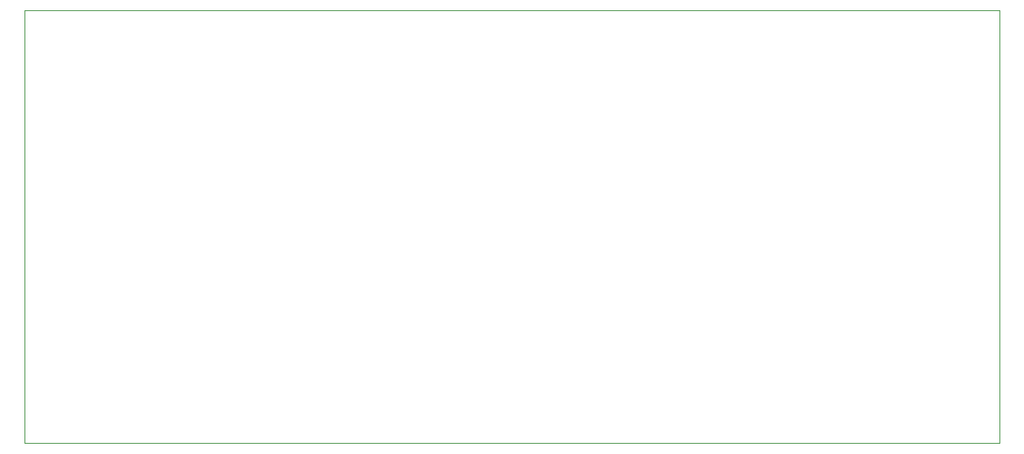
<source format=gm1>
%TF.GenerationSoftware,KiCad,Pcbnew,8.0.8-8.0.8-0~ubuntu24.04.1*%
%TF.CreationDate,2025-02-02T21:15:27-07:00*%
%TF.ProjectId,Speedometer,53706565-646f-46d6-9574-65722e6b6963,v1*%
%TF.SameCoordinates,Original*%
%TF.FileFunction,Profile,NP*%
%FSLAX46Y46*%
G04 Gerber Fmt 4.6, Leading zero omitted, Abs format (unit mm)*
G04 Created by KiCad (PCBNEW 8.0.8-8.0.8-0~ubuntu24.04.1) date 2025-02-02 21:15:27*
%MOMM*%
%LPD*%
G01*
G04 APERTURE LIST*
%TA.AperFunction,Profile*%
%ADD10C,0.050000*%
%TD*%
G04 APERTURE END LIST*
D10*
X65030000Y-47970000D02*
X169440000Y-47970000D01*
X169440000Y-94340000D01*
X65030000Y-94340000D01*
X65030000Y-47970000D01*
M02*

</source>
